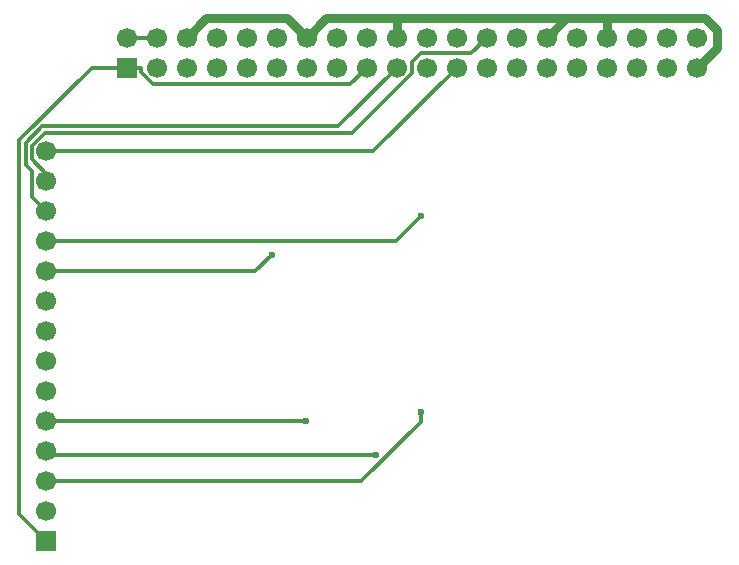
<source format=gbr>
%TF.GenerationSoftware,KiCad,Pcbnew,9.0.2*%
%TF.CreationDate,2025-10-25T22:23:18+02:00*%
%TF.ProjectId,raspberry screen,72617370-6265-4727-9279-207363726565,rev?*%
%TF.SameCoordinates,Original*%
%TF.FileFunction,Copper,L1,Top*%
%TF.FilePolarity,Positive*%
%FSLAX46Y46*%
G04 Gerber Fmt 4.6, Leading zero omitted, Abs format (unit mm)*
G04 Created by KiCad (PCBNEW 9.0.2) date 2025-10-25 22:23:18*
%MOMM*%
%LPD*%
G01*
G04 APERTURE LIST*
%TA.AperFunction,ComponentPad*%
%ADD10R,1.700000X1.700000*%
%TD*%
%TA.AperFunction,ComponentPad*%
%ADD11C,1.700000*%
%TD*%
%TA.AperFunction,ViaPad*%
%ADD12C,0.600000*%
%TD*%
%TA.AperFunction,Conductor*%
%ADD13C,0.800000*%
%TD*%
%TA.AperFunction,Conductor*%
%ADD14C,0.300000*%
%TD*%
G04 APERTURE END LIST*
D10*
%TO.P,J2,1,Pin_1*%
%TO.N,+3V3*%
X3000000Y-45120000D03*
D11*
%TO.P,J2,2,Pin_2*%
%TO.N,GND*%
X3000000Y-42580000D03*
%TO.P,J2,3,Pin_3*%
%TO.N,Net-(J1-~{CE0}{slash}GPIO8)*%
X3000000Y-40040000D03*
%TO.P,J2,4,Pin_4*%
%TO.N,Net-(J1-GPIO25)*%
X3000000Y-37500000D03*
%TO.P,J2,5,Pin_5*%
%TO.N,Net-(J1-GPIO24)*%
X3000000Y-34960000D03*
%TO.P,J2,6,Pin_6*%
%TO.N,Net-(J1-MOSI0{slash}GPIO10)*%
X3000000Y-32420000D03*
%TO.P,J2,7,Pin_7*%
%TO.N,Net-(J1-SCLK0{slash}GPIO11)*%
X3000000Y-29880000D03*
%TO.P,J2,8,Pin_8*%
%TO.N,Net-(J1-GPIO23)*%
X3000000Y-27340000D03*
%TO.P,J2,9,Pin_9*%
%TO.N,Net-(J1-MISO0{slash}GPIO9)*%
X3000000Y-24800000D03*
%TO.P,J2,10,Pin_10*%
%TO.N,Net-(J1-GPIO17)*%
X3000000Y-22260000D03*
%TO.P,J2,11,Pin_11*%
%TO.N,Net-(J1-MISO0{slash}GPIO9)*%
X3000000Y-19720000D03*
%TO.P,J2,12,Pin_12*%
%TO.N,Net-(J1-MOSI0{slash}GPIO10)*%
X3000000Y-17180000D03*
%TO.P,J2,13,Pin_13*%
%TO.N,Net-(J1-~{CE1}{slash}GPIO7)*%
X3000000Y-14640000D03*
%TO.P,J2,14,Pin_14*%
%TO.N,Net-(J1-SCLK0{slash}GPIO11)*%
X3000000Y-12100000D03*
%TD*%
D10*
%TO.P,J3,1,Pin_1*%
%TO.N,+3V3*%
X9800000Y-5000000D03*
D11*
%TO.P,J3,2,Pin_2*%
%TO.N,+5V*%
X9800000Y-2460000D03*
%TO.P,J3,3,Pin_3*%
%TO.N,Net-(J1-SDA{slash}GPIO2)*%
X12340000Y-5000000D03*
%TO.P,J3,4,Pin_4*%
%TO.N,+5V*%
X12340000Y-2460000D03*
%TO.P,J3,5,Pin_5*%
%TO.N,Net-(J1-SCL{slash}GPIO3)*%
X14880000Y-5000000D03*
%TO.P,J3,6,Pin_6*%
%TO.N,GND*%
X14880000Y-2460000D03*
%TO.P,J3,7,Pin_7*%
%TO.N,Net-(J1-GCLK0{slash}GPIO4)*%
X17420000Y-5000000D03*
%TO.P,J3,8,Pin_8*%
%TO.N,Net-(J1-GPIO14{slash}TXD)*%
X17420000Y-2460000D03*
%TO.P,J3,9,Pin_9*%
%TO.N,GND*%
X19960000Y-5000000D03*
%TO.P,J3,10,Pin_10*%
%TO.N,Net-(J1-GPIO15{slash}RXD)*%
X19960000Y-2460000D03*
%TO.P,J3,11,Pin_11*%
%TO.N,Net-(J1-GPIO17)*%
X22500000Y-5000000D03*
%TO.P,J3,12,Pin_12*%
%TO.N,Net-(J1-GPIO18{slash}PWM0)*%
X22500000Y-2460000D03*
%TO.P,J3,13,Pin_13*%
%TO.N,Net-(J1-GPIO27)*%
X25040000Y-5000000D03*
%TO.P,J3,14,Pin_14*%
%TO.N,GND*%
X25040000Y-2460000D03*
%TO.P,J3,15,Pin_15*%
%TO.N,Net-(J1-GPIO22)*%
X27580000Y-5000000D03*
%TO.P,J3,16,Pin_16*%
%TO.N,Net-(J1-GPIO23)*%
X27580000Y-2460000D03*
%TO.P,J3,17,Pin_17*%
%TO.N,+3V3*%
X30120000Y-5000000D03*
%TO.P,J3,18,Pin_18*%
%TO.N,Net-(J1-GPIO24)*%
X30120000Y-2460000D03*
%TO.P,J3,19,Pin_19*%
%TO.N,Net-(J1-MOSI0{slash}GPIO10)*%
X32660000Y-5000000D03*
%TO.P,J3,20,Pin_20*%
%TO.N,GND*%
X32660000Y-2460000D03*
%TO.P,J3,21,Pin_21*%
%TO.N,Net-(J1-MISO0{slash}GPIO9)*%
X35200000Y-5000000D03*
%TO.P,J3,22,Pin_22*%
%TO.N,Net-(J1-GPIO25)*%
X35200000Y-2460000D03*
%TO.P,J3,23,Pin_23*%
%TO.N,Net-(J1-SCLK0{slash}GPIO11)*%
X37740000Y-5000000D03*
%TO.P,J3,24,Pin_24*%
%TO.N,Net-(J1-~{CE0}{slash}GPIO8)*%
X37740000Y-2460000D03*
%TO.P,J3,25,Pin_25*%
%TO.N,GND*%
X40280000Y-5000000D03*
%TO.P,J3,26,Pin_26*%
%TO.N,Net-(J1-~{CE1}{slash}GPIO7)*%
X40280000Y-2460000D03*
%TO.P,J3,27,Pin_27*%
%TO.N,Net-(J1-ID_SD{slash}GPIO0)*%
X42820000Y-5000000D03*
%TO.P,J3,28,Pin_28*%
%TO.N,Net-(J1-ID_SC{slash}GPIO1)*%
X42820000Y-2460000D03*
%TO.P,J3,29,Pin_29*%
%TO.N,Net-(J1-GCLK1{slash}GPIO5)*%
X45360000Y-5000000D03*
%TO.P,J3,30,Pin_30*%
%TO.N,GND*%
X45360000Y-2460000D03*
%TO.P,J3,31,Pin_31*%
%TO.N,Net-(J1-GCLK2{slash}GPIO6)*%
X47900000Y-5000000D03*
%TO.P,J3,32,Pin_32*%
%TO.N,Net-(J1-PWM0{slash}GPIO12)*%
X47900000Y-2460000D03*
%TO.P,J3,33,Pin_33*%
%TO.N,Net-(J1-PWM1{slash}GPIO13)*%
X50440000Y-5000000D03*
%TO.P,J3,34,Pin_34*%
%TO.N,GND*%
X50440000Y-2460000D03*
%TO.P,J3,35,Pin_35*%
%TO.N,Net-(J1-GPIO19{slash}MISO1)*%
X52980000Y-5000000D03*
%TO.P,J3,36,Pin_36*%
%TO.N,Net-(J1-GPIO16)*%
X52980000Y-2460000D03*
%TO.P,J3,37,Pin_37*%
%TO.N,Net-(J1-GPIO26)*%
X55520000Y-5000000D03*
%TO.P,J3,38,Pin_38*%
%TO.N,Net-(J1-GPIO20{slash}MOSI1)*%
X55520000Y-2460000D03*
%TO.P,J3,39,Pin_39*%
%TO.N,GND*%
X58060000Y-5000000D03*
%TO.P,J3,40,Pin_40*%
%TO.N,Net-(J1-GPIO21{slash}SCLK1)*%
X58060000Y-2460000D03*
%TD*%
D12*
%TO.N,Net-(J1-GPIO17)*%
X22064000Y-20892000D03*
%TO.N,Net-(J1-GPIO25)*%
X30929600Y-37811700D03*
%TO.N,Net-(J1-GPIO24)*%
X25019200Y-34921200D03*
%TO.N,Net-(J1-MISO0{slash}GPIO9)*%
X34721200Y-17578200D03*
%TO.N,Net-(J1-~{CE0}{slash}GPIO8)*%
X34721200Y-34174700D03*
%TD*%
D13*
%TO.N,GND*%
X23372100Y-792100D02*
X25040000Y-2460000D01*
X16547900Y-792100D02*
X23372100Y-792100D01*
X14880000Y-2460000D02*
X16547900Y-792100D01*
X50440000Y-2460000D02*
X50440000Y-808300D01*
X58749900Y-808300D02*
X50440000Y-808300D01*
X59737600Y-1796000D02*
X58749900Y-808300D01*
X59737600Y-3322400D02*
X59737600Y-1796000D01*
X58060000Y-5000000D02*
X59737600Y-3322400D01*
X47011700Y-808300D02*
X45360000Y-2460000D01*
X50440000Y-808300D02*
X47011700Y-808300D01*
X26691700Y-808300D02*
X25040000Y-2460000D01*
X32660000Y-808300D02*
X26691700Y-808300D01*
X32660000Y-2460000D02*
X32660000Y-808300D01*
X47011700Y-808300D02*
X32660000Y-808300D01*
D14*
%TO.N,Net-(J1-GPIO17)*%
X20696000Y-22260000D02*
X3000000Y-22260000D01*
X20696000Y-22260000D02*
X22064000Y-20892000D01*
%TO.N,Net-(J1-GPIO25)*%
X3311700Y-37811700D02*
X3000000Y-37500000D01*
X30929600Y-37811700D02*
X3311700Y-37811700D01*
%TO.N,Net-(J1-GPIO24)*%
X3000000Y-34960000D02*
X24980400Y-34960000D01*
X24980400Y-34960000D02*
X25019200Y-34921200D01*
%TO.N,Net-(J1-MOSI0{slash}GPIO10)*%
X1743200Y-15923200D02*
X3000000Y-17180000D01*
X1743200Y-13759600D02*
X1743200Y-15923200D01*
X27681800Y-9978200D02*
X32660000Y-5000000D01*
X2615400Y-9978200D02*
X27681800Y-9978200D01*
X1241500Y-11352100D02*
X2615400Y-9978200D01*
X1241500Y-13257900D02*
X1241500Y-11352100D01*
X1241500Y-13257900D02*
X1743200Y-13759600D01*
%TO.N,+5V*%
X12340000Y-2460000D02*
X9800000Y-2460000D01*
%TO.N,Net-(J1-~{CE1}{slash}GPIO7)*%
X38941700Y-3798300D02*
X40280000Y-2460000D01*
X34702300Y-3798300D02*
X38941700Y-3798300D01*
X33998300Y-4502300D02*
X34702300Y-3798300D01*
X33998300Y-5426700D02*
X33998300Y-4502300D01*
X28883200Y-10541800D02*
X33998300Y-5426700D01*
X2854400Y-10541800D02*
X28883200Y-10541800D01*
X1744700Y-11651500D02*
X2854400Y-10541800D01*
X1744700Y-12730200D02*
X1744700Y-11651500D01*
X3000000Y-13985500D02*
X1744700Y-12730200D01*
X3000000Y-14640000D02*
X3000000Y-13985500D01*
%TO.N,+3V3*%
X11001700Y-5375500D02*
X11001700Y-5000000D01*
X12049300Y-6423100D02*
X11001700Y-5375500D01*
X28696900Y-6423100D02*
X12049300Y-6423100D01*
X30120000Y-5000000D02*
X28696900Y-6423100D01*
X10398300Y-5000000D02*
X11001700Y-5000000D01*
X10398300Y-5000000D02*
X9800000Y-5000000D01*
X713500Y-42833500D02*
X3000000Y-45120000D01*
X713500Y-11151700D02*
X713500Y-42833500D01*
X6865200Y-5000000D02*
X713500Y-11151700D01*
X9800000Y-5000000D02*
X6865200Y-5000000D01*
%TO.N,Net-(J1-MISO0{slash}GPIO9)*%
X32579400Y-19720000D02*
X3000000Y-19720000D01*
X34721200Y-17578200D02*
X32579400Y-19720000D01*
%TO.N,Net-(J1-SCLK0{slash}GPIO11)*%
X30640000Y-12100000D02*
X3000000Y-12100000D01*
X37740000Y-5000000D02*
X30640000Y-12100000D01*
%TO.N,Net-(J1-~{CE0}{slash}GPIO8)*%
X29669500Y-40040000D02*
X3000000Y-40040000D01*
X34721200Y-34988300D02*
X29669500Y-40040000D01*
X34721200Y-34988300D02*
X34721200Y-34174700D01*
%TD*%
M02*

</source>
